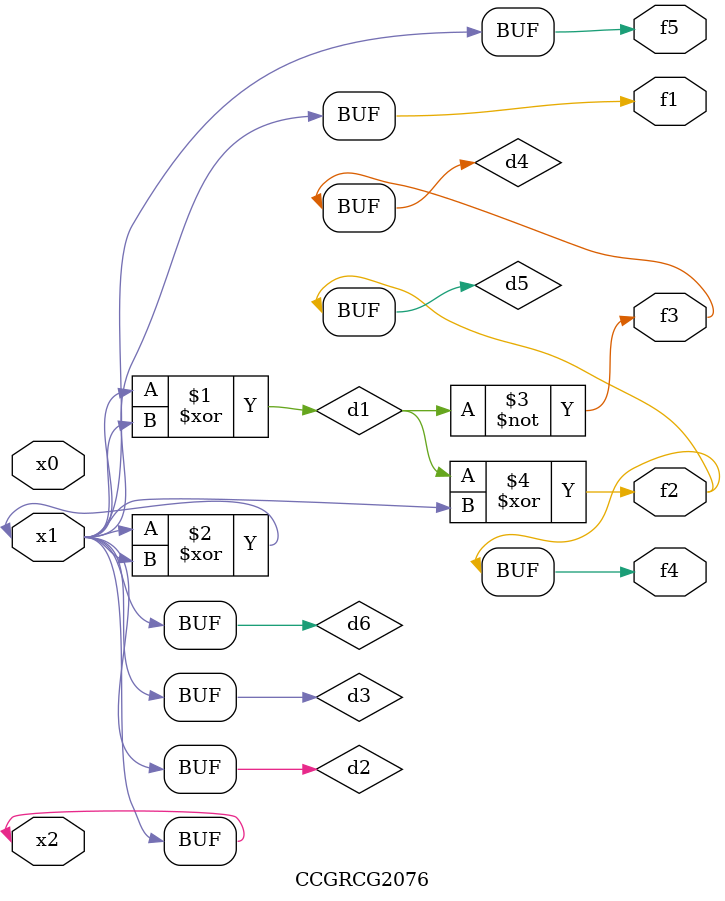
<source format=v>
module CCGRCG2076(
	input x0, x1, x2,
	output f1, f2, f3, f4, f5
);

	wire d1, d2, d3, d4, d5, d6;

	xor (d1, x1, x2);
	buf (d2, x1, x2);
	xor (d3, x1, x2);
	nor (d4, d1);
	xor (d5, d1, d2);
	buf (d6, d2, d3);
	assign f1 = d6;
	assign f2 = d5;
	assign f3 = d4;
	assign f4 = d5;
	assign f5 = d6;
endmodule

</source>
